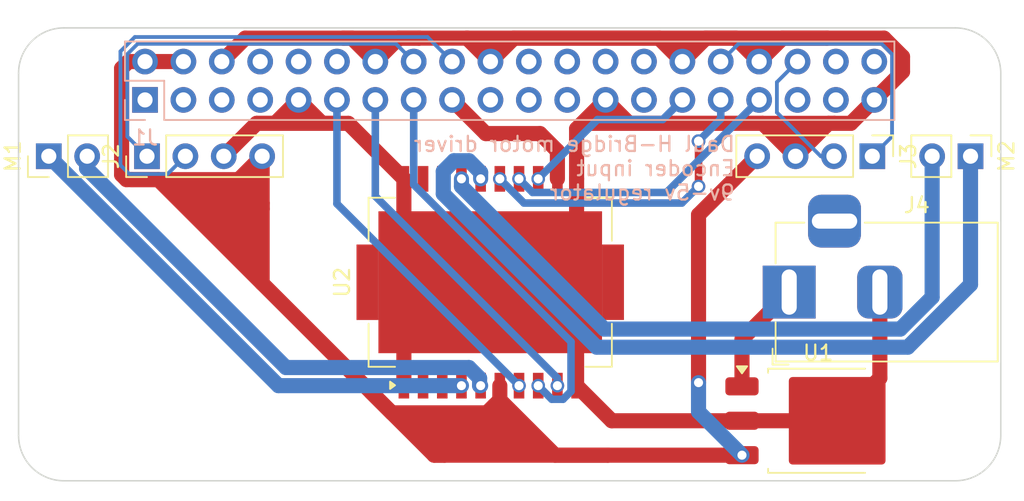
<source format=kicad_pcb>
(kicad_pcb (version 20241229) (generator "pcbnew") (generator_version "9.0")
  (title_block (date "15 nov 2012"))
  (layers (0 "F.Cu" signal) (2 "B.Cu" signal) (13 "F.Paste" user) (15 "B.Paste" user) (5 "F.SilkS" user "F.Silkscreen") (7 "B.SilkS" user "B.Silkscreen") (1 "F.Mask" user) (3 "B.Mask" user) (25 "Edge.Cuts" user))
  (net 0 "")
  (net 1 "GND")
  (net 2 "/GPIO2{slash}SDA1")
  (net 3 "/GPIO3{slash}SCL1")
  (net 4 "/GPIO4{slash}GPCLK0")
  (net 5 "/GPIO14{slash}TXD0")
  (net 6 "/GPIO15{slash}RXD0")
  (net 7 "/GPIO17")
  (net 8 "/GPIO18{slash}PCM.CLK")
  (net 9 "/GPIO27")
  (net 10 "/GPIO22")
  (net 11 "/GPIO23")
  (net 12 "/GPIO26")
  (net 13 "/GPIO24")
  (net 14 "/GPIO10{slash}SPI0.MOSI")
  (net 15 "/GPIO9{slash}SPI0.MISO")
  (net 16 "/GPIO25")
  (net 17 "/GPIO11{slash}SPI0.SCLK")
  (net 18 "/GPIO8{slash}SPI0.CE0")
  (net 19 "/GPIO7{slash}SPI0.CE1")
  (net 20 "/ID_SDA")
  (net 21 "/ID_SCL")
  (net 22 "/GPIO5")
  (net 23 "/GPIO6")
  (net 24 "/GPIO12{slash}PWM0")
  (net 25 "/GPIO13{slash}PWM1")
  (net 26 "/GPIO19{slash}PCM.FS")
  (net 27 "/GPIO16")
  (net 28 "/GPIO20{slash}PCM.DIN")
  (net 29 "/GPIO21{slash}PCM.DOUT")
  (net 30 "+5V")
  (net 31 "+3V3")
  (net 32 "Net-(M1-+)")
  (net 33 "Net-(M1--)")
  (net 34 "Net-(M2--)")
  (net 35 "Net-(M2-+)")
  (net 40 "+9V")
  (footprint "MountingHole:MountingHole_2.7mm_M2.5" (layer "F.Cu") (at 161.5 73.5)
    (property "Reference" "MH2" (hide yes))
    (property "Value" "MountingHole_2.7mm_M2.5" (hide yes))
    (pad "" np_thru_hole circle (at 0 0) (size 2.7 2.7) (drill 2.7) (layers "*.Cu" "*.Mask"))
  )
  (footprint "Package_SO:HSOP-20-1EP_11.0x15.9mm_P1.27mm_SlugDown" (layer "F.Cu") (at 131.215 86.85 90)
    (property "Reference" "U2" (at 0 -9.8 90) (layer "F.SilkS"))
    (property "Value" "L298P")
    (fp_line (start 5.6 -8.05) (end 2.75 -8.05) (stroke (width 0.12)) (layer "F.SilkS"))
    (fp_line (start 5.6 -8.05) (end 5.6 -6.3) (stroke (width 0.12)) (layer "F.SilkS"))
    (fp_line (start -2.75 -8.05) (end -5.6 -8.05) (stroke (width 0.12)) (layer "F.SilkS"))
    (fp_line (start -5.6 -8.05) (end -5.6 -6.3) (stroke (width 0.12)) (layer "F.SilkS"))
    (fp_line (start 5.6 8.05) (end 5.6 6.3) (stroke (width 0.12)) (layer "F.SilkS"))
    (fp_line (start 5.6 8.05) (end 2.75 8.05) (stroke (width 0.12)) (layer "F.SilkS"))
    (fp_line (start -2.75 8.05) (end -5.6 8.05) (stroke (width 0.12)) (layer "F.SilkS"))
    (fp_line (start -5.6 8.05) (end -5.6 6.3) (stroke (width 0.12)) (layer "F.SilkS"))
    (fp_poly (pts (xy -6.825 -6.3) (xy -7.065 -6.63) (xy -6.585 -6.63) (xy -6.825 -6.3)) (stroke (width 0.12)) (fill yes) (layer "F.SilkS"))
    (pad "1" smd rect (at -6.85 -5.715 90) (size 1.7 0.7) (layers "F.Cu" "F.Mask" "F.Paste") (net 1 "GND"))
    (pad "2" smd rect (at -6.85 -4.445 90) (size 1.7 0.7) (layers "F.Cu" "F.Mask" "F.Paste"))
    (pad "3" smd rect (at -6.85 -3.175 90) (size 1.7 0.7) (layers "F.Cu" "F.Mask" "F.Paste"))
    (pad "4" smd rect (at -6.85 -1.905 90) (size 1.7 0.7) (layers "F.Cu" "F.Mask" "F.Paste") (net 32 "Net-(M1-+)"))
    (pad "5" smd rect (at -6.85 -0.635 90) (size 1.7 0.7) (layers "F.Cu" "F.Mask" "F.Paste") (net 33 "Net-(M1--)"))
    (pad "6" smd rect (at -6.85 0.635 90) (size 1.7 0.7) (layers "F.Cu" "F.Mask" "F.Paste") (net 30 "+5V"))
    (pad "7" smd rect (at -6.85 1.905 90) (size 1.7 0.7) (layers "F.Cu" "F.Mask" "F.Paste") (net 7 "/GPIO17"))
    (pad "8" smd rect (at -6.85 3.175 90) (size 1.7 0.7) (layers "F.Cu" "F.Mask" "F.Paste") (net 10 "/GPIO22"))
    (pad "9" smd rect (at -6.85 4.445 90) (size 1.7 0.7) (layers "F.Cu" "F.Mask" "F.Paste") (net 9 "/GPIO27"))
    (pad "10" smd rect (at -6.85 5.715 90) (size 1.7 0.7) (layers "F.Cu" "F.Mask" "F.Paste") (net 1 "GND"))
    (pad "11" smd rect (at 6.85 5.715 90) (size 1.7 0.7) (layers "F.Cu" "F.Mask" "F.Paste") (net 1 "GND"))
    (pad "12" smd rect (at 6.85 4.445 90) (size 1.7 0.7) (layers "F.Cu" "F.Mask" "F.Paste") (net 31 "+3V3"))
    (pad "13" smd rect (at 6.85 3.175 90) (size 1.7 0.7) (layers "F.Cu" "F.Mask" "F.Paste") (net 22 "/GPIO5"))
    (pad "14" smd rect (at 6.85 1.905 90) (size 1.7 0.7) (layers "F.Cu" "F.Mask" "F.Paste") (net 25 "/GPIO13{slash}PWM1"))
    (pad "15" smd rect (at 6.85 0.635 90) (size 1.7 0.7) (layers "F.Cu" "F.Mask" "F.Paste") (net 23 "/GPIO6"))
    (pad "16" smd rect (at 6.85 -0.635 90) (size 1.7 0.7) (layers "F.Cu" "F.Mask" "F.Paste") (net 35 "Net-(M2-+)"))
    (pad "17" smd rect (at 6.85 -1.905 90) (size 1.7 0.7) (layers "F.Cu" "F.Mask" "F.Paste") (net 34 "Net-(M2--)"))
    (pad "18" smd rect (at 6.85 -3.175 90) (size 1.7 0.7) (layers "F.Cu" "F.Mask" "F.Paste"))
    (pad "19" smd rect (at 6.85 -4.445 90) (size 1.7 0.7) (layers "F.Cu" "F.Mask" "F.Paste"))
    (pad "20" smd rect (at 6.85 -5.715 90) (size 1.7 0.7) (layers "F.Cu" "F.Mask" "F.Paste") (net 1 "GND"))
    (pad "21" smd rect (at 0 -8.125 90) (size 5 1.45) (layers "F.Cu" "F.Mask" "F.Paste") (net 1 "GND"))
    (pad "21" smd rect (at 0 0 90) (size 9.4 14.8) (layers "F.Cu" "F.Mask" "F.Paste") (net 1 "GND"))
    (pad "21" smd rect (at 0 8.125 90) (size 5 1.45) (layers "F.Cu" "F.Mask" "F.Paste") (net 1 "GND"))
  )
  (footprint "Connector_PinHeader_2.54mm:PinHeader_1x02_P2.54mm_Vertical" (layer "F.Cu") (at 102 78.5 90)
    (property "Reference" "M1" (at 0 -2.38 90) (layer "F.SilkS"))
    (property "Value" "Motor_DC")
    (fp_line (start -1.38 -1.38) (end 0 -1.38) (stroke (width 0.12)) (layer "F.SilkS"))
    (fp_line (start -1.38 0) (end -1.38 -1.38) (stroke (width 0.12)) (layer "F.SilkS"))
    (fp_line (start 1.38 1.27) (end 1.38 3.92) (stroke (width 0.12)) (layer "F.SilkS"))
    (fp_line (start -1.38 1.27) (end 1.38 1.27) (stroke (width 0.12)) (layer "F.SilkS"))
    (fp_line (start -1.38 1.27) (end -1.38 3.92) (stroke (width 0.12)) (layer "F.SilkS"))
    (fp_line (start -1.38 3.92) (end 1.38 3.92) (stroke (width 0.12)) (layer "F.SilkS"))
    (pad "1" thru_hole rect (at 0 0 90) (size 1.7 1.7) (drill 1) (layers "*.Cu" "*.Mask") (net 32 "Net-(M1-+)"))
    (pad "2" thru_hole circle (at 0 2.54 90) (size 1.7 1.7) (drill 1) (layers "*.Cu" "*.Mask") (net 33 "Net-(M1--)"))
  )
  (footprint "Connector_BarrelJack:BarrelJack_Horizontal" (layer "F.Cu") (at 151 87.5 180)
    (property "Reference" "J4" (at -8.45 5.75 0) (layer "F.SilkS"))
    (property "Value" "Barrel_Jack_MountingPin")
    (fp_line (start 1.1 -3.75) (end 1.1 -4.8) (stroke (width 0.12)) (layer "F.SilkS"))
    (fp_line (start 0.9 4.6) (end -1 4.6) (stroke (width 0.12)) (layer "F.SilkS"))
    (fp_line (start 0.9 1.9) (end 0.9 4.6) (stroke (width 0.12)) (layer "F.SilkS"))
    (fp_line (start 0.9 -4.6) (end 0.9 -2) (stroke (width 0.12)) (layer "F.SilkS"))
    (fp_line (start 0.05 -4.8) (end 1.1 -4.8) (stroke (width 0.12)) (layer "F.SilkS"))
    (fp_line (start -5 4.6) (end -13.8 4.6) (stroke (width 0.12)) (layer "F.SilkS"))
    (fp_line (start -13.8 4.6) (end -13.8 -4.6) (stroke (width 0.12)) (layer "F.SilkS"))
    (fp_line (start -13.8 -4.6) (end 0.9 -4.6) (stroke (width 0.12)) (layer "F.SilkS"))
    (pad "1" thru_hole rect (at 0 0 180) (size 3.5 3.5) (drill oval 1 3) (layers "*.Cu" "*.Mask") (net 40 "+9V"))
    (pad "2" thru_hole roundrect (at -6 0 180) (size 3 3.5) (drill oval 1 3) (layers "*.Cu" "*.Mask") (net 1 "GND"))
    (pad "3" thru_hole roundrect (at -3 4.7 180) (size 3.5 3.5) (drill oval 3 1) (layers "*.Cu" "*.Mask"))
  )
  (footprint "Connector_PinHeader_2.54mm:PinHeader_1x02_P2.54mm_Vertical" (layer "F.Cu") (at 163 78.5 -90)
    (property "Reference" "M2" (at 0 -2.38 90) (layer "F.SilkS"))
    (property "Value" "Motor_DC")
    (fp_line (start -1.38 3.92) (end 1.38 3.92) (stroke (width 0.12)) (layer "F.SilkS"))
    (fp_line (start -1.38 1.27) (end -1.38 3.92) (stroke (width 0.12)) (layer "F.SilkS"))
    (fp_line (start -1.38 1.27) (end 1.38 1.27) (stroke (width 0.12)) (layer "F.SilkS"))
    (fp_line (start 1.38 1.27) (end 1.38 3.92) (stroke (width 0.12)) (layer "F.SilkS"))
    (fp_line (start -1.38 0) (end -1.38 -1.38) (stroke (width 0.12)) (layer "F.SilkS"))
    (fp_line (start -1.38 -1.38) (end 0 -1.38) (stroke (width 0.12)) (layer "F.SilkS"))
    (pad "1" thru_hole rect (at 0 0 270) (size 1.7 1.7) (drill 1) (layers "*.Cu" "*.Mask") (net 35 "Net-(M2-+)"))
    (pad "2" thru_hole circle (at 0 2.54 270) (size 1.7 1.7) (drill 1) (layers "*.Cu" "*.Mask") (net 34 "Net-(M2--)"))
  )
  (footprint "Connector_PinHeader_2.54mm:PinHeader_1x04_P2.54mm_Vertical" (layer "F.Cu") (at 156.5 78.5 -90)
    (property "Reference" "J3" (at 0 -2.38 90) (layer "F.SilkS"))
    (property "Value" "Conn_01x04_Pin")
    (fp_line (start -1.38 9) (end 1.38 9) (stroke (width 0.12)) (layer "F.SilkS"))
    (fp_line (start -1.38 1.27) (end -1.38 9) (stroke (width 0.12)) (layer "F.SilkS"))
    (fp_line (start -1.38 1.27) (end 1.38 1.27) (stroke (width 0.12)) (layer "F.SilkS"))
    (fp_line (start 1.38 1.27) (end 1.38 9) (stroke (width 0.12)) (layer "F.SilkS"))
    (fp_line (start -1.38 0) (end -1.38 -1.38) (stroke (width 0.12)) (layer "F.SilkS"))
    (fp_line (start -1.38 -1.38) (end 0 -1.38) (stroke (width 0.12)) (layer "F.SilkS"))
    (pad "1" thru_hole rect (at 0 0 270) (size 1.7 1.7) (drill 1) (layers "*.Cu" "*.Mask") (net 24 "/GPIO12{slash}PWM0"))
    (pad "2" thru_hole circle (at 0 2.54 270) (size 1.7 1.7) (drill 1) (layers "*.Cu" "*.Mask") (net 27 "/GPIO16"))
    (pad "3" thru_hole circle (at 0 5.08 270) (size 1.7 1.7) (drill 1) (layers "*.Cu" "*.Mask") (net 1 "GND"))
    (pad "4" thru_hole circle (at 0 7.62 270) (size 1.7 1.7) (drill 1) (layers "*.Cu" "*.Mask") (net 30 "+5V"))
  )
  (footprint "MountingHole:MountingHole_2.7mm_M2.5" (layer "F.Cu") (at 103.5 96.5)
    (property "Reference" "MH3" (hide yes))
    (property "Value" "MountingHole_2.7mm_M2.5" (hide yes))
    (pad "" np_thru_hole circle (at 0 0) (size 2.7 2.7) (drill 2.7) (layers "*.Cu" "*.Mask"))
  )
  (footprint "MountingHole:MountingHole_2.7mm_M2.5" (layer "F.Cu") (at 103.5 73.5)
    (property "Reference" "MH1" (hide yes))
    (property "Value" "MountingHole_2.7mm_M2.5" (hide yes))
    (pad "" np_thru_hole circle (at 0 0) (size 2.7 2.7) (drill 2.7) (layers "*.Cu" "*.Mask"))
  )
  (footprint "MountingHole:MountingHole_2.7mm_M2.5" (layer "F.Cu") (at 161.5 96.5)
    (property "Reference" "MH4" (hide yes))
    (property "Value" "MountingHole_2.7mm_M2.5" (hide yes))
    (pad "" np_thru_hole circle (at 0 0) (size 2.7 2.7) (drill 2.7) (layers "*.Cu" "*.Mask"))
  )
  (footprint "Package_TO_SOT_SMD:TO-252-3_TabPin2" (layer "F.Cu") (at 152.915 96.025)
    (property "Reference" "U1" (at 0 -4.5 0) (layer "F.SilkS"))
    (property "Value" "L7805")
    (fp_line (start -3.31 -3.45) (end -3.31 -3.18) (stroke (width 0.12)) (layer "F.SilkS"))
    (fp_line (start -3.31 3.45) (end -3.31 3.18) (stroke (width 0.12)) (layer "F.SilkS"))
    (fp_line (start 3.11 -3.45) (end -3.31 -3.45) (stroke (width 0.12)) (layer "F.SilkS"))
    (fp_line (start 3.11 3.45) (end -3.31 3.45) (stroke (width 0.12)) (layer "F.SilkS"))
    (fp_poly (pts (xy -5.04 -3.14) (xy -5.38 -3.61) (xy -4.7 -3.61)) (stroke (width 0.12)) (fill yes) (layer "F.SilkS"))
    (pad "1" smd roundrect (at -5.04 -2.28) (size 2.2 1.2) (layers "F.Cu" "F.Mask" "F.Paste") (roundrect_rratio 0.208333) (net 40 "+9V"))
    (pad "2" smd roundrect (at -5.04 0) (size 2.2 1.2) (layers "F.Cu" "F.Mask" "F.Paste") (roundrect_rratio 0.208333) (net 1 "GND"))
    (pad "2" smd roundrect (at 1.26 0) (size 6.4 5.8) (layers "F.Cu" "F.Mask") (roundrect_rratio 0.043103) (net 1 "GND"))
    (pad "3" smd roundrect (at -5.04 2.28) (size 2.2 1.2) (layers "F.Cu" "F.Mask" "F.Paste") (roundrect_rratio 0.208333) (net 30 "+5V"))
  )
  (footprint "Connector_PinHeader_2.54mm:PinHeader_1x04_P2.54mm_Vertical" (layer "F.Cu") (at 108.5 78.5 90)
    (property "Reference" "J2" (at 0 -2.38 90) (layer "F.SilkS"))
    (property "Value" "Conn_01x04_Pin")
    (fp_line (start -1.38 -1.38) (end 0 -1.38) (stroke (width 0.12)) (layer "F.SilkS"))
    (fp_line (start -1.38 0) (end -1.38 -1.38) (stroke (width 0.12)) (layer "F.SilkS"))
    (fp_line (start 1.38 1.27) (end 1.38 9) (stroke (width 0.12)) (layer "F.SilkS"))
    (fp_line (start -1.38 1.27) (end 1.38 1.27) (stroke (width 0.12)) (layer "F.SilkS"))
    (fp_line (start -1.38 1.27) (end -1.38 9) (stroke (width 0.12)) (layer "F.SilkS"))
    (fp_line (start -1.38 9) (end 1.38 9) (stroke (width 0.12)) (layer "F.SilkS"))
    (pad "1" thru_hole rect (at 0 0 90) (size 1.7 1.7) (drill 1) (layers "*.Cu" "*.Mask") (net 11 "/GPIO23"))
    (pad "2" thru_hole circle (at 0 2.54 90) (size 1.7 1.7) (drill 1) (layers "*.Cu" "*.Mask") (net 13 "/GPIO24"))
    (pad "3" thru_hole circle (at 0 5.08 90) (size 1.7 1.7) (drill 1) (layers "*.Cu" "*.Mask") (net 1 "GND"))
    (pad "4" thru_hole circle (at 0 7.62 90) (size 1.7 1.7) (drill 1) (layers "*.Cu" "*.Mask") (net 30 "+5V"))
  )
  (footprint "Connector_PinSocket_2.54mm:PinSocket_2x20_P2.54mm_Vertical" (layer "B.Cu") (at 108.37 74.77 -90)
    (property "Reference" "J1" (at 2.5 0 0) (layer "B.SilkS") (effects (justify mirror)))
    (property "Value" "GPIO")
    (fp_line (start -3.87 1.33) (end -1.27 1.33) (stroke (width 0.12)) (layer "B.SilkS"))
    (fp_line (start -3.87 1.33) (end -3.87 -49.59) (stroke (width 0.12)) (layer "B.SilkS"))
    (fp_line (start -1.27 1.33) (end -1.27 -1.27) (stroke (width 0.12)) (layer "B.SilkS"))
    (fp_line (start 0 1.33) (end 1.33 1.33) (stroke (width 0.12)) (layer "B.SilkS"))
    (fp_line (start 1.33 1.33) (end 1.33 0) (stroke (width 0.12)) (layer "B.SilkS"))
    (fp_line (start -1.27 -1.27) (end 1.33 -1.27) (stroke (width 0.12)) (layer "B.SilkS"))
    (fp_line (start 1.33 -1.27) (end 1.33 -49.59) (stroke (width 0.12)) (layer "B.SilkS"))
    (fp_line (start -3.87 -49.59) (end 1.33 -49.59) (stroke (width 0.12)) (layer "B.SilkS"))
    (pad "1" thru_hole rect (at 0 0 270) (size 1.7 1.7) (drill 1) (layers "*.Cu" "*.Mask") (net 31 "+3V3"))
    (pad "2" thru_hole oval (at -2.54 0 270) (size 1.7 1.7) (drill 1) (layers "*.Cu" "*.Mask") (net 30 "+5V"))
    (pad "3" thru_hole oval (at 0 -2.54 270) (size 1.7 1.7) (drill 1) (layers "*.Cu" "*.Mask") (net 2 "/GPIO2{slash}SDA1"))
    (pad "4" thru_hole oval (at -2.54 -2.54 270) (size 1.7 1.7) (drill 1) (layers "*.Cu" "*.Mask") (net 30 "+5V"))
    (pad "5" thru_hole oval (at 0 -5.08 270) (size 1.7 1.7) (drill 1) (layers "*.Cu" "*.Mask") (net 3 "/GPIO3{slash}SCL1"))
    (pad "6" thru_hole oval (at -2.54 -5.08 270) (size 1.7 1.7) (drill 1) (layers "*.Cu" "*.Mask") (net 1 "GND"))
    (pad "7" thru_hole oval (at 0 -7.62 270) (size 1.7 1.7) (drill 1) (layers "*.Cu" "*.Mask") (net 4 "/GPIO4{slash}GPCLK0"))
    (pad "8" thru_hole oval (at -2.54 -7.62 270) (size 1.7 1.7) (drill 1) (layers "*.Cu" "*.Mask") (net 5 "/GPIO14{slash}TXD0"))
    (pad "9" thru_hole oval (at 0 -10.16 270) (size 1.7 1.7) (drill 1) (layers "*.Cu" "*.Mask") (net 1 "GND"))
    (pad "10" thru_hole oval (at -2.54 -10.16 270) (size 1.7 1.7) (drill 1) (layers "*.Cu" "*.Mask") (net 6 "/GPIO15{slash}RXD0"))
    (pad "11" thru_hole oval (at 0 -12.7 270) (size 1.7 1.7) (drill 1) (layers "*.Cu" "*.Mask") (net 7 "/GPIO17"))
    (pad "12" thru_hole oval (at -2.54 -12.7 270) (size 1.7 1.7) (drill 1) (layers "*.Cu" "*.Mask") (net 8 "/GPIO18{slash}PCM.CLK"))
    (pad "13" thru_hole oval (at 0 -15.24 270) (size 1.7 1.7) (drill 1) (layers "*.Cu" "*.Mask") (net 9 "/GPIO27"))
    (pad "14" thru_hole oval (at -2.54 -15.24 270) (size 1.7 1.7) (drill 1) (layers "*.Cu" "*.Mask") (net 1 "GND"))
    (pad "15" thru_hole oval (at 0 -17.78 270) (size 1.7 1.7) (drill 1) (layers "*.Cu" "*.Mask") (net 10 "/GPIO22"))
    (pad "16" thru_hole oval (at -2.54 -17.78 270) (size 1.7 1.7) (drill 1) (layers "*.Cu" "*.Mask") (net 11 "/GPIO23"))
    (pad "17" thru_hole oval (at 0 -20.32 270) (size 1.7 1.7) (drill 1) (layers "*.Cu" "*.Mask") (net 31 "+3V3"))
    (pad "18" thru_hole oval (at -2.54 -20.32 270) (size 1.7 1.7) (drill 1) (layers "*.Cu" "*.Mask") (net 13 "/GPIO24"))
    (pad "19" thru_hole oval (at 0 -22.86 270) (size 1.7 1.7) (drill 1) (layers "*.Cu" "*.Mask") (net 14 "/GPIO10{slash}SPI0.MOSI"))
    (pad "20" thru_hole oval (at -2.54 -22.86 270) (size 1.7 1.7) (drill 1) (layers "*.Cu" "*.Mask") (net 1 "GND"))
    (pad "21" thru_hole oval (at 0 -25.4 270) (size 1.7 1.7) (drill 1) (layers "*.Cu" "*.Mask") (net 15 "/GPIO9{slash}SPI0.MISO"))
    (pad "22" thru_hole oval (at -2.54 -25.4 270) (size 1.7 1.7) (drill 1) (layers "*.Cu" "*.Mask") (net 16 "/GPIO25"))
    (pad "23" thru_hole oval (at 0 -27.94 270) (size 1.7 1.7) (drill 1) (layers "*.Cu" "*.Mask") (net 17 "/GPIO11{slash}SPI0.SCLK"))
    (pad "24" thru_hole oval (at -2.54 -27.94 270) (size 1.7 1.7) (drill 1) (layers "*.Cu" "*.Mask") (net 18 "/GPIO8{slash}SPI0.CE0"))
    (pad "25" thru_hole oval (at 0 -30.48 270) (size 1.7 1.7) (drill 1) (layers "*.Cu" "*.Mask") (net 1 "GND"))
    (pad "26" thru_hole oval (at -2.54 -30.48 270) (size 1.7 1.7) (drill 1) (layers "*.Cu" "*.Mask") (net 19 "/GPIO7{slash}SPI0.CE1"))
    (pad "27" thru_hole oval (at 0 -33.02 270) (size 1.7 1.7) (drill 1) (layers "*.Cu" "*.Mask") (net 20 "/ID_SDA"))
    (pad "28" thru_hole oval (at -2.54 -33.02 270) (size 1.7 1.7) (drill 1) (layers "*.Cu" "*.Mask") (net 21 "/ID_SCL"))
    (pad "29" thru_hole oval (at 0 -35.56 270) (size 1.7 1.7) (drill 1) (layers "*.Cu" "*.Mask") (net 22 "/GPIO5"))
    (pad "30" thru_hole oval (at -2.54 -35.56 270) (size 1.7 1.7) (drill 1) (layers "*.Cu" "*.Mask") (net 1 "GND"))
    (pad "31" thru_hole oval (at 0 -38.1 270) (size 1.7 1.7) (drill 1) (layers "*.Cu" "*.Mask") (net 23 "/GPIO6"))
    (pad "32" thru_hole oval (at -2.54 -38.1 270) (size 1.7 1.7) (drill 1) (layers "*.Cu" "*.Mask") (net 24 "/GPIO12{slash}PWM0"))
    (pad "33" thru_hole oval (at 0 -40.64 270) (size 1.7 1.7) (drill 1) (layers "*.Cu" "*.Mask") (net 25 "/GPIO13{slash}PWM1"))
    (pad "34" thru_hole oval (at -2.54 -40.64 270) (size 1.7 1.7) (drill 1) (layers "*.Cu" "*.Mask") (net 1 "GND"))
    (pad "35" thru_hole oval (at 0 -43.18 270) (size 1.7 1.7) (drill 1) (layers "*.Cu" "*.Mask") (net 26 "/GPIO19{slash}PCM.FS"))
    (pad "36" thru_hole oval (at -2.54 -43.18 270) (size 1.7 1.7) (drill 1) (layers "*.Cu" "*.Mask") (net 27 "/GPIO16"))
    (pad "37" thru_hole oval (at 0 -45.72 270) (size 1.7 1.7) (drill 1) (layers "*.Cu" "*.Mask") (net 12 "/GPIO26"))
    (pad "38" thru_hole oval (at -2.54 -45.72 270) (size 1.7 1.7) (drill 1) (layers "*.Cu" "*.Mask") (net 28 "/GPIO20{slash}PCM.DIN"))
    (pad "39" thru_hole oval (at 0 -48.26 270) (size 1.7 1.7) (drill 1) (layers "*.Cu" "*.Mask") (net 1 "GND"))
    (pad "40" thru_hole oval (at -2.54 -48.26 270) (size 1.7 1.7) (drill 1) (layers "*.Cu" "*.Mask") (net 29 "/GPIO21{slash}PCM.DOUT"))
  )
  (gr_poly (pts (xy 131.5 70.5) (xy 130.5 71.5) (xy 132 71.5)) (stroke (width 0.2)) (fill yes) (layer "F.Cu") (net 1))
  (gr_poly (pts (xy 150.5 71) (xy 149 72) (xy 148.5 71)) (stroke (width 0.2)) (fill yes) (layer "F.Cu") (net 1))
  (gr_poly (pts (xy 116 86.5) (xy 116 80.5) (xy 110 80)) (stroke (width 0.2)) (fill yes) (layer "F.Cu") (net 30))
  (gr_poly (pts (xy 132 94.5) (xy 130.5 96) (xy 125.5 96) (xy 128.5 98.5) (xy 135 98.5)) (stroke (width 0.2)) (fill yes) (layer "F.Cu") (net 30))
  (gr_poly (pts (xy 116 79) (xy 115 80) (xy 116.5 81.5)) (stroke (width 0.2)) (fill yes) (layer "F.Cu") (net 30))
  (gr_poly (pts (xy 145 71) (xy 143.5 71.5) (xy 143.5 71)) (stroke (width 0.2)) (fill yes) (layer "F.Cu") (net 1))
  (gr_poly (pts (xy 125.5 71) (xy 123.5 72) (xy 122.5 71)) (stroke (width 0.2)) (fill yes) (layer "F.Cu") (net 1))
  (gr_poly (pts (xy 153.5 76) (xy 151.5 78.5) (xy 150 76.5)) (stroke (width 0.2)) (fill yes) (layer "F.Cu") (net 1))
  (gr_poly (pts (xy 139 74.5) (xy 138 76) (xy 139.5 76.5)) (stroke (width 0.2)) (fill yes) (layer "F.Cu") (net 1))
  (gr_poly (pts (xy 118.5 74.5) (xy 117.5 76) (xy 120 76)) (stroke (width 0.2)) (fill yes) (layer "F.Cu") (net 1))
  (gr_arc (start 162 70) (mid 164.12132 70.87868) (end 165 73) (stroke (width 0.1)) (layer "Edge.Cuts"))
  (gr_line (start 165 97) (end 165 73) (stroke (width 0.1)) (layer "Edge.Cuts"))
  (gr_line (start 100 73) (end 100 97) (stroke (width 0.1)) (layer "Edge.Cuts"))
  (gr_arc (start 103 100) (mid 100.87868 99.12132) (end 100 97) (stroke (width 0.1)) (layer "Edge.Cuts"))
  (gr_line (start 103 100) (end 162 100) (stroke (width 0.1)) (layer "Edge.Cuts"))
  (gr_arc (start 165 97) (mid 164.12132 99.12132) (end 162 100) (stroke (width 0.1)) (layer "Edge.Cuts"))
  (gr_arc (start 100 73) (mid 100.87868 70.87868) (end 103 70) (stroke (width 0.1)) (layer "Edge.Cuts"))
  (gr_line (start 162 70) (end 103 70) (stroke (width 0.1)) (layer "Edge.Cuts"))
  (gr_text "Daul H-Bridge motor driver\nEncoder input\n9v-5v regulator\n" (at 147.5 81.5 0) (layer "B.SilkS") (effects (font (size 1 1)) (justify left bottom mirror)))
  (segment (start 157.272446 70.679) (end 158.5 71.906554) (width 1) (layer "F.Cu") (net 1))
  (segment (start 158.5 72.9) (end 156.63 74.77) (width 1) (layer "F.Cu") (net 1))
  (segment (start 157 87.5) (end 157 93.2) (width 1) (layer "F.Cu") (net 1))
  (segment (start 121.821 76.321) (end 121 76.321) (width 1) (layer "F.Cu") (net 1))
  (segment (start 143.93 72.23) (end 142.379 70.679) (width 1) (layer "F.Cu") (net 1))
  (segment (start 139.255 96.025) (end 136.93 93.7) (width 1) (layer "F.Cu") (net 1))
  (segment (start 129.679 70.679) (end 153.5 70.679) (width 1) (layer "F.Cu") (net 1))
  (segment (start 125.161 70.679) (end 126.5 70.679) (width 1) (layer "F.Cu") (net 1))
  (segment (start 151.42 78.5) (end 153.599 76.321) (width 1) (layer "F.Cu") (net 1))
  (segment (start 136.93 80) (end 136.93 76.69) (width 1) (layer "F.Cu") (net 1))
  (segment (start 154 76.321) (end 140.401 76.321) (width 1) (layer "F.Cu") (net 1))
  (segment (start 149.241 76.321) (end 151.42 78.5) (width 1) (layer "F.Cu") (net 1))
  (segment (start 138.85 74.77) (end 137.299 76.321) (width 1) (layer "F.Cu") (net 1))
  (segment (start 140.401 76.321) (end 138.85 74.77) (width 1) (layer "F.Cu") (net 1))
  (segment (start 123.61 72.23) (end 125.161 70.679) (width 1) (layer "F.Cu") (net 1))
  (segment (start 125.5 80) (end 121.821 76.321) (width 1) (layer "F.Cu") (net 1))
  (segment (start 113.45 72.23) (end 115.001 70.679) (width 1) (layer "F.Cu") (net 1))
  (segment (start 149.01 72.23) (end 150.561 70.679) (width 1) (layer "F.Cu") (net 1))
  (segment (start 120.081 76.321) (end 121 76.321) (width 1) (layer "F.Cu") (net 1))
  (segment (start 145.481 70.679) (end 143.93 72.23) (width 1) (layer "F.Cu") (net 1))
  (segment (start 121.5 70.679) (end 126.5 70.679) (width 1) (layer "F.Cu") (net 1))
  (segment (start 142.379 70.679) (end 132.781 70.679) (width 1) (layer "F.Cu") (net 1))
  (segment (start 113.58 78.5) (end 115.759 76.321) (width 1) (layer "F.Cu") (net 1))
  (segment (start 122.059 70.679) (end 123.61 72.23) (width 1) (layer "F.Cu") (net 1))
  (segment (start 149.01 72.23) (end 147.459 70.679) (width 1) (layer "F.Cu") (net 1))
  (segment (start 158.5 71.906554) (end 158.5 72.9) (width 1) (layer "F.Cu") (net 1))
  (segment (start 121 76.321) (end 115.759 76.321) (width 1) (layer "F.Cu") (net 1))
  (segment (start 147.459 70.679) (end 145.481 70.679) (width 1) (layer "F.Cu") (net 1))
  (segment (start 153.5 70.679) (end 157.272446 70.679) (width 1) (layer "F.Cu") (net 1))
  (segment (start 137.299 76.321) (end 149.241 76.321) (width 1) (layer "F.Cu") (net 1))
  (segment (start 132.781 70.679) (end 131.23 72.23) (width 1) (layer "F.Cu") (net 1))
  (segment (start 157 93.2) (end 154.175 96.025) (width 1) (layer "F.Cu") (net 1))
  (segment (start 125.5 80) (end 125.5 93.7) (width 1) (layer "F.Cu") (net 1))
  (segment (start 153.599 76.321) (end 154 76.321) (width 1) (layer "F.Cu") (net 1))
  (segment (start 136.93 76.69) (end 138.85 74.77) (width 1) (layer "F.Cu") (net 1))
  (segment (start 115.759 76.321) (end 116.979 76.321) (width 1) (layer "F.Cu") (net 1))
  (segment (start 154.175 96.025) (end 147.875 96.025) (width 1) (layer "F.Cu") (net 1))
  (segment (start 116.979 76.321) (end 118.53 74.77) (width 1) (layer "F.Cu") (net 1))
  (segment (start 121.5 70.679) (end 122.059 70.679) (width 1) (layer "F.Cu") (net 1))
  (segment (start 120.081 76.321) (end 118.53 74.77) (width 1) (layer "F.Cu") (net 1))
  (segment (start 156.63 74.77) (end 155.079 76.321) (width 1) (layer "F.Cu") (net 1))
  (segment (start 115.001 70.679) (end 121.5 70.679) (width 1) (layer "F.Cu") (net 1))
  (segment (start 155.079 76.321) (end 154 76.321) (width 1) (layer "F.Cu") (net 1))
  (segment (start 136.93 93.7) (end 136.93 80) (width 1) (layer "F.Cu") (net 1))
  (segment (start 129.679 70.679) (end 131.23 72.23) (width 1) (layer "F.Cu") (net 1))
  (segment (start 126.5 70.679) (end 129.679 70.679) (width 1) (layer "F.Cu") (net 1))
  (segment (start 150.561 70.679) (end 153.5 70.679) (width 1) (layer "F.Cu") (net 1))
  (segment (start 147.875 96.025) (end 139.255 96.025) (width 1) (layer "F.Cu") (net 1))
  (via (at 133.12 93.7) (size 0.9) (drill 0.6) (layers "F.Cu" "B.Cu") (net 7))
  (segment (start 133.12 93.7) (end 121.07 81.65) (width 0.5) (layer "B.Cu") (net 7))
  (segment (start 121.07 81.65) (end 121.07 74.77) (width 0.5) (layer "B.Cu") (net 7))
  (via (at 135.66 93.7) (size 0.9) (drill 0.6) (layers "F.Cu" "B.Cu") (net 9))
  (segment (start 135.66 93.7) (end 135.66 93.2) (width 0.5) (layer "B.Cu") (net 9))
  (segment (start 123.61 81.15) (end 123.61 74.77) (width 0.5) (layer "B.Cu") (net 9))
  (segment (start 135.66 93.2) (end 123.61 81.15) (width 0.5) (layer "B.Cu") (net 9))
  (via (at 134.39 93.7) (size 0.9) (drill 0.6) (layers "F.Cu" "B.Cu") (net 10))
  (segment (start 136.561 90.794388) (end 126.15 80.383388) (width 0.5) (layer "B.Cu") (net 10))
  (segment (start 134.39 93.704207) (end 135.286793 94.601) (width 0.5) (layer "B.Cu") (net 10))
  (segment (start 136.033207 94.601) (end 136.561 94.073207) (width 0.5) (layer "B.Cu") (net 10))
  (segment (start 135.286793 94.601) (end 136.033207 94.601) (width 0.5) (layer "B.Cu") (net 10))
  (segment (start 126.15 80.383388) (end 126.15 74.77) (width 0.5) (layer "B.Cu") (net 10))
  (segment (start 136.561 94.073207) (end 136.561 90.794388) (width 0.5) (layer "B.Cu") (net 10))
  (segment (start 134.39 93.7) (end 134.39 93.704207) (width 0.5) (layer "B.Cu") (net 10))
  (segment (start 124.974 71.054) (end 126.15 72.23) (width 0.25) (layer "B.Cu") (net 11))
  (segment (start 108.5 78.5) (end 107.194 77.194) (width 0.25) (layer "B.Cu") (net 11))
  (segment (start 107.194 71.742884) (end 107.882884 71.054) (width 0.25) (layer "B.Cu") (net 11))
  (segment (start 107.194 77.194) (end 107.194 71.742884) (width 0.25) (layer "B.Cu") (net 11))
  (segment (start 107.882884 71.054) (end 124.974 71.054) (width 0.25) (layer "B.Cu") (net 11))
  (segment (start 109.864 79.676) (end 107.324 79.676) (width 0.25) (layer "B.Cu") (net 13))
  (segment (start 107.696074 70.603) (end 127.063 70.603) (width 0.25) (layer "B.Cu") (net 13))
  (segment (start 107.324 79.676) (end 106.743 79.095) (width 0.25) (layer "B.Cu") (net 13))
  (segment (start 106.743 71.556074) (end 107.696074 70.603) (width 0.25) (layer "B.Cu") (net 13))
  (segment (start 127.063 70.603) (end 128.69 72.23) (width 0.25) (layer "B.Cu") (net 13))
  (segment (start 106.743 79.095) (end 106.743 71.556074) (width 0.25) (layer "B.Cu") (net 13))
  (segment (start 111.04 78.5) (end 109.864 79.676) (width 0.25) (layer "B.Cu") (net 13))
  (via (at 134.39 80) (size 0.9) (drill 0.6) (layers "F.Cu" "B.Cu") (net 22))
  (segment (start 134.39 80) (end 134.39 79.995793) (width 0.5) (layer "B.Cu") (net 22))
  (segment (start 138.314793 76.071) (end 142.629 76.071) (width 0.5) (layer "B.Cu") (net 22))
  (segment (start 134.39 79.995793) (end 138.314793 76.071) (width 0.5) (layer "B.Cu") (net 22))
  (segment (start 142.629 76.071) (end 143.93 74.77) (width 0.5) (layer "B.Cu") (net 22))
  (segment (start 145 77.5) (end 145 80.5) (width 0.5) (layer "F.Cu") (net 23))
  (via (at 145 77.5) (size 0.9) (drill 0.6) (layers "F.Cu" "B.Cu") (net 23))
  (via (at 131.85 80) (size 0.9) (drill 0.6) (layers "F.Cu" "B.Cu") (net 23))
  (via (at 145 77.5) (size 0.9) (drill 0.6) (layers "F.Cu" "B.Cu") (net 23))
  (via (at 145 80.5) (size 0.9) (drill 0.6) (layers "F.Cu" "B.Cu") (net 23))
  (segment (start 131.85 80.004207) (end 133.447793 81.602) (width 0.5) (layer "B.Cu") (net 23))
  (segment (start 146.47 76.03) (end 145 77.5) (width 0.5) (layer "B.Cu") (net 23))
  (segment (start 146.47 74.77) (end 146.47 76.03) (width 0.5) (layer "B.Cu") (net 23))
  (segment (start 133.447793 81.602) (end 143.898 81.602) (width 0.5) (layer "B.Cu") (net 23))
  (segment (start 131.85 80) (end 131.85 80.004207) (width 0.5) (layer "B.Cu") (net 23))
  (segment (start 143.898 81.602) (end 145 80.5) (width 0.5) (layer "B.Cu") (net 23))
  (segment (start 157.806 77.194) (end 157.806 71.742884) (width 0.25) (layer "B.Cu") (net 24))
  (segment (start 157.117116 71.054) (end 147.646 71.054) (width 0.25) (layer "B.Cu") (net 24))
  (segment (start 157.806 71.742884) (end 157.117116 71.054) (width 0.25) (layer "B.Cu") (net 24))
  (segment (start 147.646 71.054) (end 146.47 72.23) (width 0.25) (layer "B.Cu") (net 24))
  (segment (start 156.5 78.5) (end 157.806 77.194) (width 0.25) (layer "B.Cu") (net 24))
  (via (at 133.12 80) (size 0.9) (drill 0.6) (layers "F.Cu" "B.Cu") (net 25))
  (segment (start 149.01 74.77) (end 142.879 80.901) (width 0.5) (layer "B.Cu") (net 25))
  (segment (start 134.016793 80.901) (end 133.12 80.004207) (width 0.5) (layer "B.Cu") (net 25))
  (segment (start 133.12 80.004207) (end 133.12 80) (width 0.5) (layer "B.Cu") (net 25))
  (segment (start 142.879 80.901) (end 134.016793 80.901) (width 0.5) (layer "B.Cu") (net 25))
  (segment (start 150.186 75.602884) (end 153.083116 78.5) (width 0.25) (layer "B.Cu") (net 27))
  (segment (start 153.083116 78.5) (end 153.96 78.5) (width 0.25) (layer "B.Cu") (net 27))
  (segment (start 151.55 72.23) (end 150.186 73.594) (width 0.25) (layer "B.Cu") (net 27))
  (segment (start 150.186 73.594) (end 150.186 75.602884) (width 0.25) (layer "B.Cu") (net 27))
  (segment (start 116.12 82) (end 116.12 86.922) (width 1) (layer "F.Cu") (net 30))
  (segment (start 106.819 79.728) (end 106.819 72.681) (width 1) (layer "F.Cu") (net 30))
  (segment (start 127.503 98.305) (end 139 98.305) (width 1) (layer "F.Cu") (net 30))
  (segment (start 107.5 80.051) (end 107.142 80.051) (width 1) (layer "F.Cu") (net 30))
  (segment (start 110.91 72.23) (end 108.37 72.23) (width 1) (layer "F.Cu") (net 30))
  (segment (start 128.195 98.305) (end 127.503 98.305) (width 1) (layer "F.Cu") (net 30))
  (segment (start 135.505 98.305) (end 139 98.305) (width 1) (layer "F.Cu") (net 30))
  (segment (start 116.12 78.5) (end 114.569 80.051) (width 1) (layer "F.Cu") (net 30))
  (segment (start 131.5 95) (end 128.195 98.305) (width 1) (layer "F.Cu") (net 30))
  (segment (start 114.569 80.051) (end 107.5 80.051) (width 1) (layer "F.Cu") (net 30))
  (segment (start 124.698 95.5) (end 123.349 94.151) (width 1) (layer "F.Cu") (net 30))
  (segment (start 109.249 80.051) (end 116.12 86.922) (width 1) (layer "F.Cu") (net 30))
  (segment (start 131 95.5) (end 124.698 95.5) (width 1) (layer "F.Cu") (net 30))
  (segment (start 107.27 72.23) (end 108.37 72.23) (width 1) (layer "F.Cu") (net 30))
  (segment (start 116.12 86.922) (end 123.349 94.151) (width 1) (layer "F.Cu") (net 30))
  (segment (start 131.85 93.7) (end 131.85 94.65) (width 1) (layer "F.Cu") (net 30))
  (segment (start 123.349 94.151) (end 127.503 98.305) (width 1) (layer "F.Cu") (net 30))
  (segment (start 116.12 81.602) (end 114.569 80.051) (width 1) (layer "F.Cu") (net 30))
  (segment (start 131.85 94.65) (end 135.505 98.305) (width 1) (layer "F.Cu") (net 30))
  (segment (start 145 93.5) (end 145 82.38) (width 1) (layer "F.Cu") (net 30))
  (segment (start 139 98.305) (end 147.875 98.305) (width 1) (layer "F.Cu") (net 30))
  (segment (start 106.819 72.681) (end 107.27 72.23) (width 1) (layer "F.Cu") (net 30))
  (segment (start 116.12 78.5) (end 116.12 82) (width 1) (layer "F.Cu") (net 30))
  (segment (start 145 82.38) (end 148.88 78.5) (width 1) (layer "F.Cu") (net 30))
  (segment (start 107.5 80.051) (end 109.249 80.051) (width 1) (layer "F.Cu") (net 30))
  (segment (start 107.142 80.051) (end 106.819 79.728) (width 1) (layer "F.Cu") (net 30))
  (segment (start 131.85 94.65) (end 131.5 95) (width 1) (layer "F.Cu") (net 30))
  (segment (start 131.5 95) (end 131 95.5) (width 1) (layer "F.Cu") (net 30))
  (segment (start 116.12 82) (end 116.12 81.602) (width 1) (layer "F.Cu") (net 30))
  (via (at 147.875 98.305) (size 0.9) (drill 0.6) (layers "F.Cu" "B.Cu") (net 30))
  (via (at 145 93.5) (size 0.9) (drill 0.6) (layers "F.Cu" "B.Cu") (net 30))
  (segment (start 147.875 98.305) (end 145 95.43) (width 1) (layer "B.Cu") (net 30))
  (segment (start 145 95.43) (end 145 93.5) (width 1) (layer "B.Cu") (net 30))
  (segment (start 135.66 78.15) (end 135.66 80) (width 1) (layer "F.Cu") (net 31))
  (segment (start 130.92 77) (end 134.51 77) (width 1) (layer "F.Cu") (net 31))
  (segment (start 128.69 74.77) (end 130.92 77) (width 1) (layer "F.Cu") (net 31))
  (segment (start 134.51 77) (end 135.66 78.15) (width 1) (layer "F.Cu") (net 31))
  (via (at 129.31 93.7) (size 0.9) (drill 0.6) (layers "F.Cu" "B.Cu") (net 32))
  (segment (start 117.2 93.7) (end 102 78.5) (width 1) (layer "B.Cu") (net 32))
  (segment (start 129.31 93.7) (end 117.2 93.7) (width 1) (layer "B.Cu") (net 32))
  (via (at 130.58 93.7) (size 0.9) (drill 0.6) (layers "F.Cu" "B.Cu") (net 33))
  (segment (start 104.5 78.54) (end 104.54 78.5) (width 1) (layer "B.Cu") (net 33))
  (segment (start 130.511 93.20253) (end 129.80747 92.499) (width 1) (layer "B.Cu") (net 33))
  (segment (start 117.69747 92.499) (end 104.5 79.30153) (width 1) (layer "B.Cu") (net 33))
  (segment (start 104.5 79.30153) (end 104.5 78.54) (width 1) (layer "B.Cu") (net 33))
  (segment (start 130.511 93.7) (end 130.511 93.20253) (width 1) (layer "B.Cu") (net 33))
  (segment (start 129.80747 92.499) (end 117.69747 92.499) (width 1) (layer "B.Cu") (net 33))
  (segment (start 130.58 93.7) (end 130.511 93.7) (width 1) (layer "B.Cu") (net 33))
  (via (at 129.31 80) (size 0.9) (drill 0.6) (layers "F.Cu" "B.Cu") (net 34))
  (segment (start 138.761 89.951) (end 129.31 80.5) (width 1) (layer "B.Cu") (net 34))
  (segment (start 160.46 78.5) (end 160.46 87.842026) (width 1) (layer "B.Cu") (net 34))
  (segment (start 158.351026 89.951) (end 138.761 89.951) (width 1) (layer "B.Cu") (net 34))
  (segment (start 160.46 87.842026) (end 158.351026 89.951) (width 1) (layer "B.Cu") (net 34))
  (segment (start 129.31 80.5) (end 129.31 80) (width 1) (layer "B.Cu") (net 34))
  (via (at 130.58 80) (size 0.9) (drill 0.6) (layers "F.Cu" "B.Cu") (net 35))
  (segment (start 138.26353 91.152) (end 158.848497 91.151999) (width 1) (layer "B.Cu") (net 35))
  (segment (start 163 87.000496) (end 163 78.5) (width 1) (layer "B.Cu") (net 35))
  (segment (start 128.81253 78.799) (end 128.109 79.50253) (width 1) (layer "B.Cu") (net 35))
  (segment (start 158.848497 91.151999) (end 163 87.000496) (width 1) (layer "B.Cu") (net 35))
  (segment (start 128.109 79.50253) (end 128.109001 80.997471) (width 1) (layer "B.Cu") (net 35))
  (segment (start 128.109001 80.997471) (end 138.26353 91.152) (width 1) (layer "B.Cu") (net 35))
  (segment (start 130.58 80) (end 130.58 79.57153) (width 1) (layer "B.Cu") (net 35))
  (segment (start 129.80747 78.799) (end 128.81253 78.799) (width 1) (layer "B.Cu") (net 35))
  (segment (start 130.58 79.57153) (end 129.80747 78.799) (width 1) (layer "B.Cu") (net 35))
  (segment (start 147.875 93.745) (end 147.875 90.625) (width 1) (layer "F.Cu") (net 40))
  (segment (start 147.875 90.625) (end 151 87.5) (width 1) (layer "F.Cu") (net 40))
)
</source>
